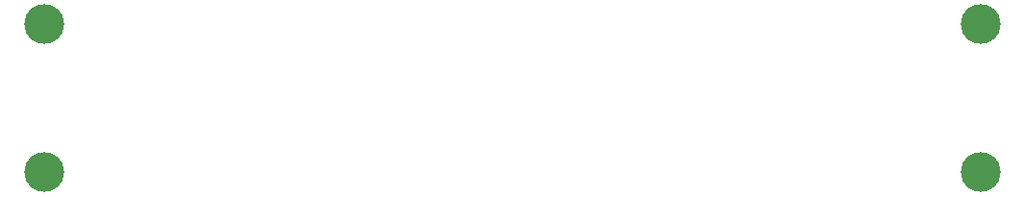
<source format=gtl>
G04 #@! TF.GenerationSoftware,KiCad,Pcbnew,(5.1.8)-1*
G04 #@! TF.CreationDate,2023-04-09T21:37:19+02:00*
G04 #@! TF.ProjectId,BulkyModem FP2,42756c6b-794d-46f6-9465-6d204650322e,rev?*
G04 #@! TF.SameCoordinates,Original*
G04 #@! TF.FileFunction,Copper,L1,Top*
G04 #@! TF.FilePolarity,Positive*
%FSLAX46Y46*%
G04 Gerber Fmt 4.6, Leading zero omitted, Abs format (unit mm)*
G04 Created by KiCad (PCBNEW (5.1.8)-1) date 2023-04-09 21:37:19*
%MOMM*%
%LPD*%
G01*
G04 APERTURE LIST*
G04 #@! TA.AperFunction,ComponentPad*
%ADD10C,3.500000*%
G04 #@! TD*
G04 APERTURE END LIST*
D10*
X99915000Y-129099000D03*
X182265000Y-129099000D03*
X182265000Y-116049000D03*
X99915000Y-116049000D03*
M02*

</source>
